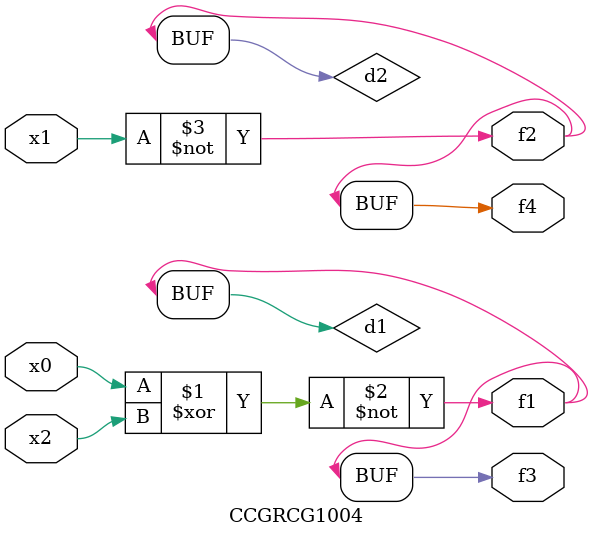
<source format=v>
module CCGRCG1004(
	input x0, x1, x2,
	output f1, f2, f3, f4
);

	wire d1, d2, d3;

	xnor (d1, x0, x2);
	nand (d2, x1);
	nor (d3, x1, x2);
	assign f1 = d1;
	assign f2 = d2;
	assign f3 = d1;
	assign f4 = d2;
endmodule

</source>
